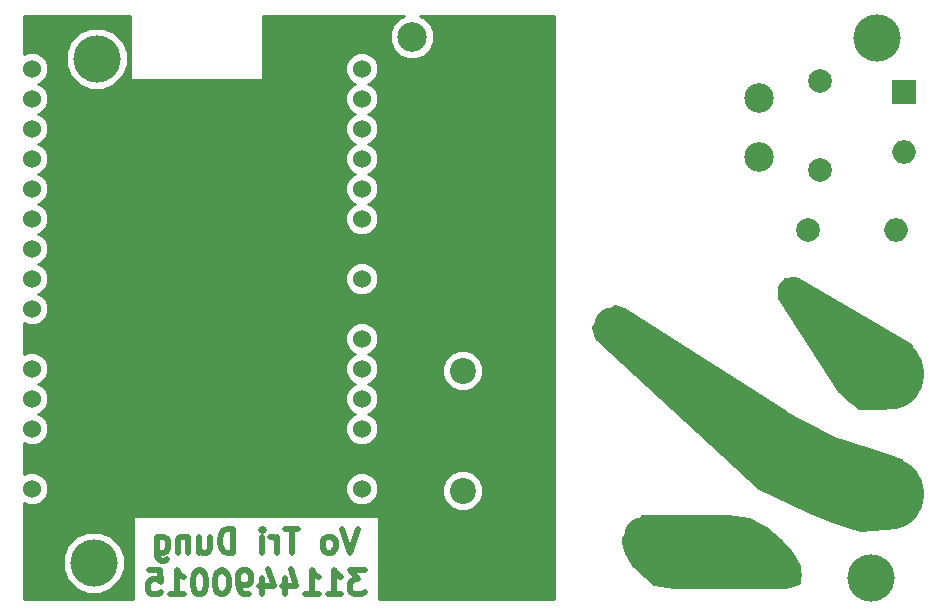
<source format=gbr>
G04 #@! TF.GenerationSoftware,KiCad,Pcbnew,5.0.0-fee4fd1~66~ubuntu16.04.1*
G04 #@! TF.CreationDate,2018-12-09T19:38:54+07:00*
G04 #@! TF.ProjectId,master_circuit,6D61737465725F636972637569742E6B,rev?*
G04 #@! TF.SameCoordinates,Original*
G04 #@! TF.FileFunction,Copper,L2,Bot,Signal*
G04 #@! TF.FilePolarity,Positive*
%FSLAX46Y46*%
G04 Gerber Fmt 4.6, Leading zero omitted, Abs format (unit mm)*
G04 Created by KiCad (PCBNEW 5.0.0-fee4fd1~66~ubuntu16.04.1) date Sun Dec  9 19:38:54 2018*
%MOMM*%
%LPD*%
G01*
G04 APERTURE LIST*
G04 #@! TA.AperFunction,NonConductor*
%ADD10C,0.500000*%
G04 #@! TD*
G04 #@! TA.AperFunction,ComponentPad*
%ADD11C,4.000000*%
G04 #@! TD*
G04 #@! TA.AperFunction,ComponentPad*
%ADD12C,2.000000*%
G04 #@! TD*
G04 #@! TA.AperFunction,ComponentPad*
%ADD13O,2.000000X2.000000*%
G04 #@! TD*
G04 #@! TA.AperFunction,ComponentPad*
%ADD14R,2.000000X2.000000*%
G04 #@! TD*
G04 #@! TA.AperFunction,ComponentPad*
%ADD15O,7.500000X6.000000*%
G04 #@! TD*
G04 #@! TA.AperFunction,ComponentPad*
%ADD16C,2.200000*%
G04 #@! TD*
G04 #@! TA.AperFunction,ComponentPad*
%ADD17C,3.200000*%
G04 #@! TD*
G04 #@! TA.AperFunction,ComponentPad*
%ADD18C,1.524000*%
G04 #@! TD*
G04 #@! TA.AperFunction,ComponentPad*
%ADD19C,2.500000*%
G04 #@! TD*
G04 #@! TA.AperFunction,Conductor*
%ADD20C,1.000000*%
G04 #@! TD*
G04 #@! TA.AperFunction,Conductor*
%ADD21C,0.254000*%
G04 #@! TD*
G04 APERTURE END LIST*
D10*
X135666666Y-138124761D02*
X135000000Y-140124761D01*
X134333333Y-138124761D01*
X133380952Y-140124761D02*
X133571428Y-140029523D01*
X133666666Y-139934285D01*
X133761904Y-139743809D01*
X133761904Y-139172380D01*
X133666666Y-138981904D01*
X133571428Y-138886666D01*
X133380952Y-138791428D01*
X133095238Y-138791428D01*
X132904761Y-138886666D01*
X132809523Y-138981904D01*
X132714285Y-139172380D01*
X132714285Y-139743809D01*
X132809523Y-139934285D01*
X132904761Y-140029523D01*
X133095238Y-140124761D01*
X133380952Y-140124761D01*
X130619047Y-138124761D02*
X129476190Y-138124761D01*
X130047619Y-140124761D02*
X130047619Y-138124761D01*
X128809523Y-140124761D02*
X128809523Y-138791428D01*
X128809523Y-139172380D02*
X128714285Y-138981904D01*
X128619047Y-138886666D01*
X128428571Y-138791428D01*
X128238095Y-138791428D01*
X127571428Y-140124761D02*
X127571428Y-138791428D01*
X127571428Y-138124761D02*
X127666666Y-138220000D01*
X127571428Y-138315238D01*
X127476190Y-138220000D01*
X127571428Y-138124761D01*
X127571428Y-138315238D01*
X125095238Y-140124761D02*
X125095238Y-138124761D01*
X124619047Y-138124761D01*
X124333333Y-138220000D01*
X124142857Y-138410476D01*
X124047619Y-138600952D01*
X123952380Y-138981904D01*
X123952380Y-139267619D01*
X124047619Y-139648571D01*
X124142857Y-139839047D01*
X124333333Y-140029523D01*
X124619047Y-140124761D01*
X125095238Y-140124761D01*
X122238095Y-138791428D02*
X122238095Y-140124761D01*
X123095238Y-138791428D02*
X123095238Y-139839047D01*
X123000000Y-140029523D01*
X122809523Y-140124761D01*
X122523809Y-140124761D01*
X122333333Y-140029523D01*
X122238095Y-139934285D01*
X121285714Y-138791428D02*
X121285714Y-140124761D01*
X121285714Y-138981904D02*
X121190476Y-138886666D01*
X121000000Y-138791428D01*
X120714285Y-138791428D01*
X120523809Y-138886666D01*
X120428571Y-139077142D01*
X120428571Y-140124761D01*
X118619047Y-138791428D02*
X118619047Y-140410476D01*
X118714285Y-140600952D01*
X118809523Y-140696190D01*
X119000000Y-140791428D01*
X119285714Y-140791428D01*
X119476190Y-140696190D01*
X118619047Y-140029523D02*
X118809523Y-140124761D01*
X119190476Y-140124761D01*
X119380952Y-140029523D01*
X119476190Y-139934285D01*
X119571428Y-139743809D01*
X119571428Y-139172380D01*
X119476190Y-138981904D01*
X119380952Y-138886666D01*
X119190476Y-138791428D01*
X118809523Y-138791428D01*
X118619047Y-138886666D01*
X136238095Y-141624761D02*
X135000000Y-141624761D01*
X135666666Y-142386666D01*
X135380952Y-142386666D01*
X135190476Y-142481904D01*
X135095238Y-142577142D01*
X135000000Y-142767619D01*
X135000000Y-143243809D01*
X135095238Y-143434285D01*
X135190476Y-143529523D01*
X135380952Y-143624761D01*
X135952380Y-143624761D01*
X136142857Y-143529523D01*
X136238095Y-143434285D01*
X133095238Y-143624761D02*
X134238095Y-143624761D01*
X133666666Y-143624761D02*
X133666666Y-141624761D01*
X133857142Y-141910476D01*
X134047619Y-142100952D01*
X134238095Y-142196190D01*
X131190476Y-143624761D02*
X132333333Y-143624761D01*
X131761904Y-143624761D02*
X131761904Y-141624761D01*
X131952380Y-141910476D01*
X132142857Y-142100952D01*
X132333333Y-142196190D01*
X129476190Y-142291428D02*
X129476190Y-143624761D01*
X129952380Y-141529523D02*
X130428571Y-142958095D01*
X129190476Y-142958095D01*
X127571428Y-142291428D02*
X127571428Y-143624761D01*
X128047619Y-141529523D02*
X128523809Y-142958095D01*
X127285714Y-142958095D01*
X126428571Y-143624761D02*
X126047619Y-143624761D01*
X125857142Y-143529523D01*
X125761904Y-143434285D01*
X125571428Y-143148571D01*
X125476190Y-142767619D01*
X125476190Y-142005714D01*
X125571428Y-141815238D01*
X125666666Y-141720000D01*
X125857142Y-141624761D01*
X126238095Y-141624761D01*
X126428571Y-141720000D01*
X126523809Y-141815238D01*
X126619047Y-142005714D01*
X126619047Y-142481904D01*
X126523809Y-142672380D01*
X126428571Y-142767619D01*
X126238095Y-142862857D01*
X125857142Y-142862857D01*
X125666666Y-142767619D01*
X125571428Y-142672380D01*
X125476190Y-142481904D01*
X124238095Y-141624761D02*
X124047619Y-141624761D01*
X123857142Y-141720000D01*
X123761904Y-141815238D01*
X123666666Y-142005714D01*
X123571428Y-142386666D01*
X123571428Y-142862857D01*
X123666666Y-143243809D01*
X123761904Y-143434285D01*
X123857142Y-143529523D01*
X124047619Y-143624761D01*
X124238095Y-143624761D01*
X124428571Y-143529523D01*
X124523809Y-143434285D01*
X124619047Y-143243809D01*
X124714285Y-142862857D01*
X124714285Y-142386666D01*
X124619047Y-142005714D01*
X124523809Y-141815238D01*
X124428571Y-141720000D01*
X124238095Y-141624761D01*
X122333333Y-141624761D02*
X122142857Y-141624761D01*
X121952380Y-141720000D01*
X121857142Y-141815238D01*
X121761904Y-142005714D01*
X121666666Y-142386666D01*
X121666666Y-142862857D01*
X121761904Y-143243809D01*
X121857142Y-143434285D01*
X121952380Y-143529523D01*
X122142857Y-143624761D01*
X122333333Y-143624761D01*
X122523809Y-143529523D01*
X122619047Y-143434285D01*
X122714285Y-143243809D01*
X122809523Y-142862857D01*
X122809523Y-142386666D01*
X122714285Y-142005714D01*
X122619047Y-141815238D01*
X122523809Y-141720000D01*
X122333333Y-141624761D01*
X119761904Y-143624761D02*
X120904761Y-143624761D01*
X120333333Y-143624761D02*
X120333333Y-141624761D01*
X120523809Y-141910476D01*
X120714285Y-142100952D01*
X120904761Y-142196190D01*
X117952380Y-141624761D02*
X118904761Y-141624761D01*
X119000000Y-142577142D01*
X118904761Y-142481904D01*
X118714285Y-142386666D01*
X118238095Y-142386666D01*
X118047619Y-142481904D01*
X117952380Y-142577142D01*
X117857142Y-142767619D01*
X117857142Y-143243809D01*
X117952380Y-143434285D01*
X118047619Y-143529523D01*
X118238095Y-143624761D01*
X118714285Y-143624761D01*
X118904761Y-143529523D01*
X119000000Y-143434285D01*
D11*
G04 #@! TO.P,REF\002A\002A,1*
G04 #@! TO.N,N/C*
X113538000Y-98298000D03*
G04 #@! TD*
G04 #@! TO.P,REF\002A\002A,1*
G04 #@! TO.N,N/C*
X113284000Y-140970000D03*
G04 #@! TD*
G04 #@! TO.P,REF\002A\002A,1*
G04 #@! TO.N,N/C*
X179070000Y-142240000D03*
G04 #@! TD*
G04 #@! TO.P,REF\002A\002A,1*
G04 #@! TO.N,N/C*
X179578000Y-96520000D03*
G04 #@! TD*
D12*
G04 #@! TO.P,F2,1*
G04 #@! TO.N,Net-(F2-Pad1)*
X173736000Y-112776000D03*
D13*
G04 #@! TO.P,F2,2*
G04 #@! TO.N,Net-(F2-Pad2)*
X181236000Y-112776000D03*
G04 #@! TD*
D14*
G04 #@! TO.P,J3,1*
G04 #@! TO.N,Net-(J3-Pad1)*
X181864000Y-101092000D03*
D13*
G04 #@! TO.P,J3,2*
G04 #@! TO.N,Net-(F2-Pad2)*
X181864000Y-106172000D03*
G04 #@! TD*
D12*
G04 #@! TO.P,F1,1*
G04 #@! TO.N,Net-(F1-Pad1)*
X172212000Y-117856000D03*
G04 #@! TO.P,F1,2*
G04 #@! TO.N,Net-(F1-Pad2)*
X172212000Y-141986000D03*
G04 #@! TD*
D15*
G04 #@! TO.P,J1,1*
G04 #@! TO.N,Net-(F1-Pad1)*
X179832000Y-124968000D03*
G04 #@! TD*
G04 #@! TO.P,J2,1*
G04 #@! TO.N,Net-(J2-Pad1)*
X179832000Y-135128000D03*
G04 #@! TD*
D16*
G04 #@! TO.P,K1,1*
G04 #@! TO.N,Vin*
X144526000Y-134874000D03*
G04 #@! TO.P,K1,5*
G04 #@! TO.N,Net-(D1-Pad1)*
X144526000Y-124714000D03*
D17*
G04 #@! TO.P,K1,2*
G04 #@! TO.N,Net-(F1-Pad2)*
X159766000Y-138684000D03*
G04 #@! TO.P,K1,3*
G04 #@! TO.N,Net-(J2-Pad1)*
X157226000Y-120904000D03*
G04 #@! TD*
D18*
G04 #@! TO.P,U1,1*
G04 #@! TO.N,N/C*
X108025001Y-99135001D03*
G04 #@! TO.P,U1,2*
X108025001Y-101675001D03*
G04 #@! TO.P,U1,3*
X108025001Y-104215001D03*
G04 #@! TO.P,U1,4*
X108025001Y-106755001D03*
G04 #@! TO.P,U1,5*
X108025001Y-109295001D03*
G04 #@! TO.P,U1,6*
X108025001Y-111835001D03*
G04 #@! TO.P,U1,7*
X108025001Y-114375001D03*
G04 #@! TO.P,U1,8*
X108025001Y-116915001D03*
G04 #@! TO.P,U1,9*
X108025001Y-119455001D03*
G04 #@! TO.P,U1,10*
G04 #@! TO.N,GND*
X108025001Y-121995001D03*
G04 #@! TO.P,U1,11*
G04 #@! TO.N,N/C*
X108025001Y-124535001D03*
G04 #@! TO.P,U1,12*
X108025001Y-127075001D03*
G04 #@! TO.P,U1,13*
X108025001Y-129615001D03*
G04 #@! TO.P,U1,14*
G04 #@! TO.N,GND*
X108025001Y-132155001D03*
G04 #@! TO.P,U1,15*
G04 #@! TO.N,Vin*
X108025001Y-134695001D03*
G04 #@! TO.P,U1,16*
G04 #@! TO.N,N/C*
X135965001Y-134695001D03*
G04 #@! TO.P,U1,17*
G04 #@! TO.N,GND*
X135965001Y-132155001D03*
G04 #@! TO.P,U1,18*
G04 #@! TO.N,N/C*
X135965001Y-129615001D03*
G04 #@! TO.P,U1,19*
X135965001Y-127075001D03*
G04 #@! TO.P,U1,20*
X135965001Y-124535001D03*
G04 #@! TO.P,U1,21*
X135965001Y-121995001D03*
G04 #@! TO.P,U1,22*
G04 #@! TO.N,GND*
X135965001Y-119455001D03*
G04 #@! TO.P,U1,23*
G04 #@! TO.N,IO14*
X135965001Y-116915001D03*
G04 #@! TO.P,U1,24*
G04 #@! TO.N,GND*
X135965001Y-114375001D03*
G04 #@! TO.P,U1,25*
G04 #@! TO.N,N/C*
X135965001Y-111835001D03*
G04 #@! TO.P,U1,26*
X135965001Y-109295001D03*
G04 #@! TO.P,U1,27*
X135965001Y-106755001D03*
G04 #@! TO.P,U1,28*
X135965001Y-104215001D03*
G04 #@! TO.P,U1,29*
X135965001Y-101675001D03*
G04 #@! TO.P,U1,30*
X135965001Y-99135001D03*
G04 #@! TD*
D19*
G04 #@! TO.P,U2,1*
G04 #@! TO.N,Net-(F2-Pad1)*
X169640000Y-106640000D03*
G04 #@! TO.P,U2,2*
G04 #@! TO.N,Net-(J3-Pad1)*
X169640000Y-101640000D03*
G04 #@! TO.P,U2,3*
G04 #@! TO.N,GND*
X140240000Y-111840000D03*
G04 #@! TO.P,U2,4*
G04 #@! TO.N,Vin*
X140240000Y-96440000D03*
G04 #@! TD*
D12*
G04 #@! TO.P,RV1,1*
G04 #@! TO.N,Net-(F2-Pad1)*
X174752000Y-107696000D03*
G04 #@! TO.P,RV1,2*
G04 #@! TO.N,Net-(J3-Pad1)*
X174752000Y-100196000D03*
G04 #@! TD*
D20*
G04 #@! TO.N,GND*
X109102631Y-132155001D02*
X135965001Y-132155001D01*
X108025001Y-132155001D02*
X109102631Y-132155001D01*
G04 #@! TD*
D21*
G04 #@! TO.N,Net-(F1-Pad1)*
G36*
X172921566Y-116956392D02*
X182514118Y-122509975D01*
X183004209Y-124715380D01*
X182515920Y-127156823D01*
X180319390Y-127889000D01*
X178100981Y-127889000D01*
X176372691Y-126407608D01*
X171323000Y-118580587D01*
X171323000Y-117640452D01*
X171778172Y-116957694D01*
X172581282Y-116842964D01*
X172921566Y-116956392D01*
X172921566Y-116956392D01*
G37*
X172921566Y-116956392D02*
X182514118Y-122509975D01*
X183004209Y-124715380D01*
X182515920Y-127156823D01*
X180319390Y-127889000D01*
X178100981Y-127889000D01*
X176372691Y-126407608D01*
X171323000Y-118580587D01*
X171323000Y-117640452D01*
X171778172Y-116957694D01*
X172581282Y-116842964D01*
X172921566Y-116956392D01*
G04 #@! TO.N,Net-(F1-Pad2)*
G36*
X168744640Y-137282810D02*
X170235180Y-138028080D01*
X171362827Y-139030433D01*
X172361626Y-140029232D01*
X172974000Y-141253980D01*
X172974000Y-142656463D01*
X171937390Y-143002000D01*
X162442029Y-143002000D01*
X160709572Y-142754506D01*
X159852354Y-142019748D01*
X158977029Y-141144423D01*
X158359192Y-140155884D01*
X158115000Y-139301211D01*
X158115000Y-138858376D01*
X159696992Y-137033000D01*
X166995971Y-137033000D01*
X168744640Y-137282810D01*
X168744640Y-137282810D01*
G37*
X168744640Y-137282810D02*
X170235180Y-138028080D01*
X171362827Y-139030433D01*
X172361626Y-140029232D01*
X172974000Y-141253980D01*
X172974000Y-142656463D01*
X171937390Y-143002000D01*
X162442029Y-143002000D01*
X160709572Y-142754506D01*
X159852354Y-142019748D01*
X158977029Y-141144423D01*
X158359192Y-140155884D01*
X158115000Y-139301211D01*
X158115000Y-138858376D01*
X159696992Y-137033000D01*
X166995971Y-137033000D01*
X168744640Y-137282810D01*
G04 #@! TO.N,Net-(J2-Pad1)*
G36*
X158189268Y-119497016D02*
X171889625Y-128250022D01*
X171898417Y-128255156D01*
X175962417Y-130414156D01*
X175984357Y-130423293D01*
X179663842Y-131565202D01*
X181656499Y-132312448D01*
X183255025Y-134525793D01*
X183014609Y-136208711D01*
X181174552Y-137926097D01*
X178195387Y-138174361D01*
X175810771Y-137421325D01*
X173913656Y-136662479D01*
X169616592Y-134640331D01*
X155815958Y-121979199D01*
X155583967Y-121051233D01*
X155926833Y-120479789D01*
X157382698Y-119266568D01*
X158189268Y-119497016D01*
X158189268Y-119497016D01*
G37*
X158189268Y-119497016D02*
X171889625Y-128250022D01*
X171898417Y-128255156D01*
X175962417Y-130414156D01*
X175984357Y-130423293D01*
X179663842Y-131565202D01*
X181656499Y-132312448D01*
X183255025Y-134525793D01*
X183014609Y-136208711D01*
X181174552Y-137926097D01*
X178195387Y-138174361D01*
X175810771Y-137421325D01*
X173913656Y-136662479D01*
X169616592Y-134640331D01*
X155815958Y-121979199D01*
X155583967Y-121051233D01*
X155926833Y-120479789D01*
X157382698Y-119266568D01*
X158189268Y-119497016D01*
G04 #@! TO.N,GND*
G36*
X116332000Y-99949000D02*
X116341667Y-99997601D01*
X116369197Y-100038803D01*
X116410399Y-100066333D01*
X116459000Y-100076000D01*
X127508000Y-100076000D01*
X127556601Y-100066333D01*
X127597803Y-100038803D01*
X127625333Y-99997601D01*
X127635000Y-99949000D01*
X127635000Y-98857120D01*
X134568001Y-98857120D01*
X134568001Y-99412882D01*
X134780681Y-99926338D01*
X135173664Y-100319321D01*
X135380514Y-100405001D01*
X135173664Y-100490681D01*
X134780681Y-100883664D01*
X134568001Y-101397120D01*
X134568001Y-101952882D01*
X134780681Y-102466338D01*
X135173664Y-102859321D01*
X135380514Y-102945001D01*
X135173664Y-103030681D01*
X134780681Y-103423664D01*
X134568001Y-103937120D01*
X134568001Y-104492882D01*
X134780681Y-105006338D01*
X135173664Y-105399321D01*
X135380514Y-105485001D01*
X135173664Y-105570681D01*
X134780681Y-105963664D01*
X134568001Y-106477120D01*
X134568001Y-107032882D01*
X134780681Y-107546338D01*
X135173664Y-107939321D01*
X135380514Y-108025001D01*
X135173664Y-108110681D01*
X134780681Y-108503664D01*
X134568001Y-109017120D01*
X134568001Y-109572882D01*
X134780681Y-110086338D01*
X135173664Y-110479321D01*
X135380514Y-110565001D01*
X135173664Y-110650681D01*
X134780681Y-111043664D01*
X134568001Y-111557120D01*
X134568001Y-112112882D01*
X134780681Y-112626338D01*
X135173664Y-113019321D01*
X135687120Y-113232001D01*
X136242882Y-113232001D01*
X136756338Y-113019321D01*
X137149321Y-112626338D01*
X137362001Y-112112882D01*
X137362001Y-111557120D01*
X137149321Y-111043664D01*
X136756338Y-110650681D01*
X136549488Y-110565001D01*
X136756338Y-110479321D01*
X137149321Y-110086338D01*
X137362001Y-109572882D01*
X137362001Y-109017120D01*
X137149321Y-108503664D01*
X136756338Y-108110681D01*
X136549488Y-108025001D01*
X136756338Y-107939321D01*
X137149321Y-107546338D01*
X137362001Y-107032882D01*
X137362001Y-106477120D01*
X137149321Y-105963664D01*
X136756338Y-105570681D01*
X136549488Y-105485001D01*
X136756338Y-105399321D01*
X137149321Y-105006338D01*
X137362001Y-104492882D01*
X137362001Y-103937120D01*
X137149321Y-103423664D01*
X136756338Y-103030681D01*
X136549488Y-102945001D01*
X136756338Y-102859321D01*
X137149321Y-102466338D01*
X137362001Y-101952882D01*
X137362001Y-101397120D01*
X137149321Y-100883664D01*
X136756338Y-100490681D01*
X136549488Y-100405001D01*
X136756338Y-100319321D01*
X137149321Y-99926338D01*
X137362001Y-99412882D01*
X137362001Y-98857120D01*
X137149321Y-98343664D01*
X136756338Y-97950681D01*
X136242882Y-97738001D01*
X135687120Y-97738001D01*
X135173664Y-97950681D01*
X134780681Y-98343664D01*
X134568001Y-98857120D01*
X127635000Y-98857120D01*
X127635000Y-94690000D01*
X139539131Y-94690000D01*
X139172233Y-94841974D01*
X138641974Y-95372233D01*
X138355000Y-96065050D01*
X138355000Y-96814950D01*
X138641974Y-97507767D01*
X139172233Y-98038026D01*
X139865050Y-98325000D01*
X140614950Y-98325000D01*
X141307767Y-98038026D01*
X141838026Y-97507767D01*
X142125000Y-96814950D01*
X142125000Y-96065050D01*
X141838026Y-95372233D01*
X141307767Y-94841974D01*
X140940869Y-94690000D01*
X152273000Y-94690000D01*
X152273000Y-144070000D01*
X137408810Y-144070000D01*
X137408810Y-137020000D01*
X116591191Y-137020000D01*
X116591191Y-144070000D01*
X107390000Y-144070000D01*
X107390000Y-140445866D01*
X110649000Y-140445866D01*
X110649000Y-141494134D01*
X111050155Y-142462608D01*
X111791392Y-143203845D01*
X112759866Y-143605000D01*
X113808134Y-143605000D01*
X114776608Y-143203845D01*
X115517845Y-142462608D01*
X115919000Y-141494134D01*
X115919000Y-140445866D01*
X115517845Y-139477392D01*
X114776608Y-138736155D01*
X113808134Y-138335000D01*
X112759866Y-138335000D01*
X111791392Y-138736155D01*
X111050155Y-139477392D01*
X110649000Y-140445866D01*
X107390000Y-140445866D01*
X107390000Y-135944077D01*
X107747120Y-136092001D01*
X108302882Y-136092001D01*
X108816338Y-135879321D01*
X109209321Y-135486338D01*
X109422001Y-134972882D01*
X109422001Y-134417120D01*
X134568001Y-134417120D01*
X134568001Y-134972882D01*
X134780681Y-135486338D01*
X135173664Y-135879321D01*
X135687120Y-136092001D01*
X136242882Y-136092001D01*
X136756338Y-135879321D01*
X137149321Y-135486338D01*
X137362001Y-134972882D01*
X137362001Y-134528887D01*
X142791000Y-134528887D01*
X142791000Y-135219113D01*
X143055138Y-135856799D01*
X143543201Y-136344862D01*
X144180887Y-136609000D01*
X144871113Y-136609000D01*
X145508799Y-136344862D01*
X145996862Y-135856799D01*
X146261000Y-135219113D01*
X146261000Y-134528887D01*
X145996862Y-133891201D01*
X145508799Y-133403138D01*
X144871113Y-133139000D01*
X144180887Y-133139000D01*
X143543201Y-133403138D01*
X143055138Y-133891201D01*
X142791000Y-134528887D01*
X137362001Y-134528887D01*
X137362001Y-134417120D01*
X137149321Y-133903664D01*
X136756338Y-133510681D01*
X136242882Y-133298001D01*
X135687120Y-133298001D01*
X135173664Y-133510681D01*
X134780681Y-133903664D01*
X134568001Y-134417120D01*
X109422001Y-134417120D01*
X109209321Y-133903664D01*
X108816338Y-133510681D01*
X108302882Y-133298001D01*
X107747120Y-133298001D01*
X107390000Y-133445925D01*
X107390000Y-130864077D01*
X107747120Y-131012001D01*
X108302882Y-131012001D01*
X108816338Y-130799321D01*
X109209321Y-130406338D01*
X109422001Y-129892882D01*
X109422001Y-129337120D01*
X109209321Y-128823664D01*
X108816338Y-128430681D01*
X108609488Y-128345001D01*
X108816338Y-128259321D01*
X109209321Y-127866338D01*
X109422001Y-127352882D01*
X109422001Y-126797120D01*
X109209321Y-126283664D01*
X108816338Y-125890681D01*
X108609488Y-125805001D01*
X108816338Y-125719321D01*
X109209321Y-125326338D01*
X109422001Y-124812882D01*
X109422001Y-124257120D01*
X109209321Y-123743664D01*
X108816338Y-123350681D01*
X108302882Y-123138001D01*
X107747120Y-123138001D01*
X107390000Y-123285925D01*
X107390000Y-121717120D01*
X134568001Y-121717120D01*
X134568001Y-122272882D01*
X134780681Y-122786338D01*
X135173664Y-123179321D01*
X135380514Y-123265001D01*
X135173664Y-123350681D01*
X134780681Y-123743664D01*
X134568001Y-124257120D01*
X134568001Y-124812882D01*
X134780681Y-125326338D01*
X135173664Y-125719321D01*
X135380514Y-125805001D01*
X135173664Y-125890681D01*
X134780681Y-126283664D01*
X134568001Y-126797120D01*
X134568001Y-127352882D01*
X134780681Y-127866338D01*
X135173664Y-128259321D01*
X135380514Y-128345001D01*
X135173664Y-128430681D01*
X134780681Y-128823664D01*
X134568001Y-129337120D01*
X134568001Y-129892882D01*
X134780681Y-130406338D01*
X135173664Y-130799321D01*
X135687120Y-131012001D01*
X136242882Y-131012001D01*
X136756338Y-130799321D01*
X137149321Y-130406338D01*
X137362001Y-129892882D01*
X137362001Y-129337120D01*
X137149321Y-128823664D01*
X136756338Y-128430681D01*
X136549488Y-128345001D01*
X136756338Y-128259321D01*
X137149321Y-127866338D01*
X137362001Y-127352882D01*
X137362001Y-126797120D01*
X137149321Y-126283664D01*
X136756338Y-125890681D01*
X136549488Y-125805001D01*
X136756338Y-125719321D01*
X137149321Y-125326338D01*
X137362001Y-124812882D01*
X137362001Y-124368887D01*
X142791000Y-124368887D01*
X142791000Y-125059113D01*
X143055138Y-125696799D01*
X143543201Y-126184862D01*
X144180887Y-126449000D01*
X144871113Y-126449000D01*
X145508799Y-126184862D01*
X145996862Y-125696799D01*
X146261000Y-125059113D01*
X146261000Y-124368887D01*
X145996862Y-123731201D01*
X145508799Y-123243138D01*
X144871113Y-122979000D01*
X144180887Y-122979000D01*
X143543201Y-123243138D01*
X143055138Y-123731201D01*
X142791000Y-124368887D01*
X137362001Y-124368887D01*
X137362001Y-124257120D01*
X137149321Y-123743664D01*
X136756338Y-123350681D01*
X136549488Y-123265001D01*
X136756338Y-123179321D01*
X137149321Y-122786338D01*
X137362001Y-122272882D01*
X137362001Y-121717120D01*
X137149321Y-121203664D01*
X136756338Y-120810681D01*
X136242882Y-120598001D01*
X135687120Y-120598001D01*
X135173664Y-120810681D01*
X134780681Y-121203664D01*
X134568001Y-121717120D01*
X107390000Y-121717120D01*
X107390000Y-120704077D01*
X107747120Y-120852001D01*
X108302882Y-120852001D01*
X108816338Y-120639321D01*
X109209321Y-120246338D01*
X109422001Y-119732882D01*
X109422001Y-119177120D01*
X109209321Y-118663664D01*
X108816338Y-118270681D01*
X108609488Y-118185001D01*
X108816338Y-118099321D01*
X109209321Y-117706338D01*
X109422001Y-117192882D01*
X109422001Y-116637120D01*
X134568001Y-116637120D01*
X134568001Y-117192882D01*
X134780681Y-117706338D01*
X135173664Y-118099321D01*
X135687120Y-118312001D01*
X136242882Y-118312001D01*
X136756338Y-118099321D01*
X137149321Y-117706338D01*
X137362001Y-117192882D01*
X137362001Y-116637120D01*
X137149321Y-116123664D01*
X136756338Y-115730681D01*
X136242882Y-115518001D01*
X135687120Y-115518001D01*
X135173664Y-115730681D01*
X134780681Y-116123664D01*
X134568001Y-116637120D01*
X109422001Y-116637120D01*
X109209321Y-116123664D01*
X108816338Y-115730681D01*
X108609488Y-115645001D01*
X108816338Y-115559321D01*
X109209321Y-115166338D01*
X109422001Y-114652882D01*
X109422001Y-114097120D01*
X109209321Y-113583664D01*
X108816338Y-113190681D01*
X108609488Y-113105001D01*
X108816338Y-113019321D01*
X109209321Y-112626338D01*
X109422001Y-112112882D01*
X109422001Y-111557120D01*
X109209321Y-111043664D01*
X108816338Y-110650681D01*
X108609488Y-110565001D01*
X108816338Y-110479321D01*
X109209321Y-110086338D01*
X109422001Y-109572882D01*
X109422001Y-109017120D01*
X109209321Y-108503664D01*
X108816338Y-108110681D01*
X108609488Y-108025001D01*
X108816338Y-107939321D01*
X109209321Y-107546338D01*
X109422001Y-107032882D01*
X109422001Y-106477120D01*
X109209321Y-105963664D01*
X108816338Y-105570681D01*
X108609488Y-105485001D01*
X108816338Y-105399321D01*
X109209321Y-105006338D01*
X109422001Y-104492882D01*
X109422001Y-103937120D01*
X109209321Y-103423664D01*
X108816338Y-103030681D01*
X108609488Y-102945001D01*
X108816338Y-102859321D01*
X109209321Y-102466338D01*
X109422001Y-101952882D01*
X109422001Y-101397120D01*
X109209321Y-100883664D01*
X108816338Y-100490681D01*
X108609488Y-100405001D01*
X108816338Y-100319321D01*
X109209321Y-99926338D01*
X109422001Y-99412882D01*
X109422001Y-98857120D01*
X109209321Y-98343664D01*
X108816338Y-97950681D01*
X108389468Y-97773866D01*
X110903000Y-97773866D01*
X110903000Y-98822134D01*
X111304155Y-99790608D01*
X112045392Y-100531845D01*
X113013866Y-100933000D01*
X114062134Y-100933000D01*
X115030608Y-100531845D01*
X115771845Y-99790608D01*
X116173000Y-98822134D01*
X116173000Y-97773866D01*
X115771845Y-96805392D01*
X115030608Y-96064155D01*
X114062134Y-95663000D01*
X113013866Y-95663000D01*
X112045392Y-96064155D01*
X111304155Y-96805392D01*
X110903000Y-97773866D01*
X108389468Y-97773866D01*
X108302882Y-97738001D01*
X107747120Y-97738001D01*
X107390000Y-97885925D01*
X107390000Y-94690000D01*
X116332000Y-94690000D01*
X116332000Y-99949000D01*
X116332000Y-99949000D01*
G37*
X116332000Y-99949000D02*
X116341667Y-99997601D01*
X116369197Y-100038803D01*
X116410399Y-100066333D01*
X116459000Y-100076000D01*
X127508000Y-100076000D01*
X127556601Y-100066333D01*
X127597803Y-100038803D01*
X127625333Y-99997601D01*
X127635000Y-99949000D01*
X127635000Y-98857120D01*
X134568001Y-98857120D01*
X134568001Y-99412882D01*
X134780681Y-99926338D01*
X135173664Y-100319321D01*
X135380514Y-100405001D01*
X135173664Y-100490681D01*
X134780681Y-100883664D01*
X134568001Y-101397120D01*
X134568001Y-101952882D01*
X134780681Y-102466338D01*
X135173664Y-102859321D01*
X135380514Y-102945001D01*
X135173664Y-103030681D01*
X134780681Y-103423664D01*
X134568001Y-103937120D01*
X134568001Y-104492882D01*
X134780681Y-105006338D01*
X135173664Y-105399321D01*
X135380514Y-105485001D01*
X135173664Y-105570681D01*
X134780681Y-105963664D01*
X134568001Y-106477120D01*
X134568001Y-107032882D01*
X134780681Y-107546338D01*
X135173664Y-107939321D01*
X135380514Y-108025001D01*
X135173664Y-108110681D01*
X134780681Y-108503664D01*
X134568001Y-109017120D01*
X134568001Y-109572882D01*
X134780681Y-110086338D01*
X135173664Y-110479321D01*
X135380514Y-110565001D01*
X135173664Y-110650681D01*
X134780681Y-111043664D01*
X134568001Y-111557120D01*
X134568001Y-112112882D01*
X134780681Y-112626338D01*
X135173664Y-113019321D01*
X135687120Y-113232001D01*
X136242882Y-113232001D01*
X136756338Y-113019321D01*
X137149321Y-112626338D01*
X137362001Y-112112882D01*
X137362001Y-111557120D01*
X137149321Y-111043664D01*
X136756338Y-110650681D01*
X136549488Y-110565001D01*
X136756338Y-110479321D01*
X137149321Y-110086338D01*
X137362001Y-109572882D01*
X137362001Y-109017120D01*
X137149321Y-108503664D01*
X136756338Y-108110681D01*
X136549488Y-108025001D01*
X136756338Y-107939321D01*
X137149321Y-107546338D01*
X137362001Y-107032882D01*
X137362001Y-106477120D01*
X137149321Y-105963664D01*
X136756338Y-105570681D01*
X136549488Y-105485001D01*
X136756338Y-105399321D01*
X137149321Y-105006338D01*
X137362001Y-104492882D01*
X137362001Y-103937120D01*
X137149321Y-103423664D01*
X136756338Y-103030681D01*
X136549488Y-102945001D01*
X136756338Y-102859321D01*
X137149321Y-102466338D01*
X137362001Y-101952882D01*
X137362001Y-101397120D01*
X137149321Y-100883664D01*
X136756338Y-100490681D01*
X136549488Y-100405001D01*
X136756338Y-100319321D01*
X137149321Y-99926338D01*
X137362001Y-99412882D01*
X137362001Y-98857120D01*
X137149321Y-98343664D01*
X136756338Y-97950681D01*
X136242882Y-97738001D01*
X135687120Y-97738001D01*
X135173664Y-97950681D01*
X134780681Y-98343664D01*
X134568001Y-98857120D01*
X127635000Y-98857120D01*
X127635000Y-94690000D01*
X139539131Y-94690000D01*
X139172233Y-94841974D01*
X138641974Y-95372233D01*
X138355000Y-96065050D01*
X138355000Y-96814950D01*
X138641974Y-97507767D01*
X139172233Y-98038026D01*
X139865050Y-98325000D01*
X140614950Y-98325000D01*
X141307767Y-98038026D01*
X141838026Y-97507767D01*
X142125000Y-96814950D01*
X142125000Y-96065050D01*
X141838026Y-95372233D01*
X141307767Y-94841974D01*
X140940869Y-94690000D01*
X152273000Y-94690000D01*
X152273000Y-144070000D01*
X137408810Y-144070000D01*
X137408810Y-137020000D01*
X116591191Y-137020000D01*
X116591191Y-144070000D01*
X107390000Y-144070000D01*
X107390000Y-140445866D01*
X110649000Y-140445866D01*
X110649000Y-141494134D01*
X111050155Y-142462608D01*
X111791392Y-143203845D01*
X112759866Y-143605000D01*
X113808134Y-143605000D01*
X114776608Y-143203845D01*
X115517845Y-142462608D01*
X115919000Y-141494134D01*
X115919000Y-140445866D01*
X115517845Y-139477392D01*
X114776608Y-138736155D01*
X113808134Y-138335000D01*
X112759866Y-138335000D01*
X111791392Y-138736155D01*
X111050155Y-139477392D01*
X110649000Y-140445866D01*
X107390000Y-140445866D01*
X107390000Y-135944077D01*
X107747120Y-136092001D01*
X108302882Y-136092001D01*
X108816338Y-135879321D01*
X109209321Y-135486338D01*
X109422001Y-134972882D01*
X109422001Y-134417120D01*
X134568001Y-134417120D01*
X134568001Y-134972882D01*
X134780681Y-135486338D01*
X135173664Y-135879321D01*
X135687120Y-136092001D01*
X136242882Y-136092001D01*
X136756338Y-135879321D01*
X137149321Y-135486338D01*
X137362001Y-134972882D01*
X137362001Y-134528887D01*
X142791000Y-134528887D01*
X142791000Y-135219113D01*
X143055138Y-135856799D01*
X143543201Y-136344862D01*
X144180887Y-136609000D01*
X144871113Y-136609000D01*
X145508799Y-136344862D01*
X145996862Y-135856799D01*
X146261000Y-135219113D01*
X146261000Y-134528887D01*
X145996862Y-133891201D01*
X145508799Y-133403138D01*
X144871113Y-133139000D01*
X144180887Y-133139000D01*
X143543201Y-133403138D01*
X143055138Y-133891201D01*
X142791000Y-134528887D01*
X137362001Y-134528887D01*
X137362001Y-134417120D01*
X137149321Y-133903664D01*
X136756338Y-133510681D01*
X136242882Y-133298001D01*
X135687120Y-133298001D01*
X135173664Y-133510681D01*
X134780681Y-133903664D01*
X134568001Y-134417120D01*
X109422001Y-134417120D01*
X109209321Y-133903664D01*
X108816338Y-133510681D01*
X108302882Y-133298001D01*
X107747120Y-133298001D01*
X107390000Y-133445925D01*
X107390000Y-130864077D01*
X107747120Y-131012001D01*
X108302882Y-131012001D01*
X108816338Y-130799321D01*
X109209321Y-130406338D01*
X109422001Y-129892882D01*
X109422001Y-129337120D01*
X109209321Y-128823664D01*
X108816338Y-128430681D01*
X108609488Y-128345001D01*
X108816338Y-128259321D01*
X109209321Y-127866338D01*
X109422001Y-127352882D01*
X109422001Y-126797120D01*
X109209321Y-126283664D01*
X108816338Y-125890681D01*
X108609488Y-125805001D01*
X108816338Y-125719321D01*
X109209321Y-125326338D01*
X109422001Y-124812882D01*
X109422001Y-124257120D01*
X109209321Y-123743664D01*
X108816338Y-123350681D01*
X108302882Y-123138001D01*
X107747120Y-123138001D01*
X107390000Y-123285925D01*
X107390000Y-121717120D01*
X134568001Y-121717120D01*
X134568001Y-122272882D01*
X134780681Y-122786338D01*
X135173664Y-123179321D01*
X135380514Y-123265001D01*
X135173664Y-123350681D01*
X134780681Y-123743664D01*
X134568001Y-124257120D01*
X134568001Y-124812882D01*
X134780681Y-125326338D01*
X135173664Y-125719321D01*
X135380514Y-125805001D01*
X135173664Y-125890681D01*
X134780681Y-126283664D01*
X134568001Y-126797120D01*
X134568001Y-127352882D01*
X134780681Y-127866338D01*
X135173664Y-128259321D01*
X135380514Y-128345001D01*
X135173664Y-128430681D01*
X134780681Y-128823664D01*
X134568001Y-129337120D01*
X134568001Y-129892882D01*
X134780681Y-130406338D01*
X135173664Y-130799321D01*
X135687120Y-131012001D01*
X136242882Y-131012001D01*
X136756338Y-130799321D01*
X137149321Y-130406338D01*
X137362001Y-129892882D01*
X137362001Y-129337120D01*
X137149321Y-128823664D01*
X136756338Y-128430681D01*
X136549488Y-128345001D01*
X136756338Y-128259321D01*
X137149321Y-127866338D01*
X137362001Y-127352882D01*
X137362001Y-126797120D01*
X137149321Y-126283664D01*
X136756338Y-125890681D01*
X136549488Y-125805001D01*
X136756338Y-125719321D01*
X137149321Y-125326338D01*
X137362001Y-124812882D01*
X137362001Y-124368887D01*
X142791000Y-124368887D01*
X142791000Y-125059113D01*
X143055138Y-125696799D01*
X143543201Y-126184862D01*
X144180887Y-126449000D01*
X144871113Y-126449000D01*
X145508799Y-126184862D01*
X145996862Y-125696799D01*
X146261000Y-125059113D01*
X146261000Y-124368887D01*
X145996862Y-123731201D01*
X145508799Y-123243138D01*
X144871113Y-122979000D01*
X144180887Y-122979000D01*
X143543201Y-123243138D01*
X143055138Y-123731201D01*
X142791000Y-124368887D01*
X137362001Y-124368887D01*
X137362001Y-124257120D01*
X137149321Y-123743664D01*
X136756338Y-123350681D01*
X136549488Y-123265001D01*
X136756338Y-123179321D01*
X137149321Y-122786338D01*
X137362001Y-122272882D01*
X137362001Y-121717120D01*
X137149321Y-121203664D01*
X136756338Y-120810681D01*
X136242882Y-120598001D01*
X135687120Y-120598001D01*
X135173664Y-120810681D01*
X134780681Y-121203664D01*
X134568001Y-121717120D01*
X107390000Y-121717120D01*
X107390000Y-120704077D01*
X107747120Y-120852001D01*
X108302882Y-120852001D01*
X108816338Y-120639321D01*
X109209321Y-120246338D01*
X109422001Y-119732882D01*
X109422001Y-119177120D01*
X109209321Y-118663664D01*
X108816338Y-118270681D01*
X108609488Y-118185001D01*
X108816338Y-118099321D01*
X109209321Y-117706338D01*
X109422001Y-117192882D01*
X109422001Y-116637120D01*
X134568001Y-116637120D01*
X134568001Y-117192882D01*
X134780681Y-117706338D01*
X135173664Y-118099321D01*
X135687120Y-118312001D01*
X136242882Y-118312001D01*
X136756338Y-118099321D01*
X137149321Y-117706338D01*
X137362001Y-117192882D01*
X137362001Y-116637120D01*
X137149321Y-116123664D01*
X136756338Y-115730681D01*
X136242882Y-115518001D01*
X135687120Y-115518001D01*
X135173664Y-115730681D01*
X134780681Y-116123664D01*
X134568001Y-116637120D01*
X109422001Y-116637120D01*
X109209321Y-116123664D01*
X108816338Y-115730681D01*
X108609488Y-115645001D01*
X108816338Y-115559321D01*
X109209321Y-115166338D01*
X109422001Y-114652882D01*
X109422001Y-114097120D01*
X109209321Y-113583664D01*
X108816338Y-113190681D01*
X108609488Y-113105001D01*
X108816338Y-113019321D01*
X109209321Y-112626338D01*
X109422001Y-112112882D01*
X109422001Y-111557120D01*
X109209321Y-111043664D01*
X108816338Y-110650681D01*
X108609488Y-110565001D01*
X108816338Y-110479321D01*
X109209321Y-110086338D01*
X109422001Y-109572882D01*
X109422001Y-109017120D01*
X109209321Y-108503664D01*
X108816338Y-108110681D01*
X108609488Y-108025001D01*
X108816338Y-107939321D01*
X109209321Y-107546338D01*
X109422001Y-107032882D01*
X109422001Y-106477120D01*
X109209321Y-105963664D01*
X108816338Y-105570681D01*
X108609488Y-105485001D01*
X108816338Y-105399321D01*
X109209321Y-105006338D01*
X109422001Y-104492882D01*
X109422001Y-103937120D01*
X109209321Y-103423664D01*
X108816338Y-103030681D01*
X108609488Y-102945001D01*
X108816338Y-102859321D01*
X109209321Y-102466338D01*
X109422001Y-101952882D01*
X109422001Y-101397120D01*
X109209321Y-100883664D01*
X108816338Y-100490681D01*
X108609488Y-100405001D01*
X108816338Y-100319321D01*
X109209321Y-99926338D01*
X109422001Y-99412882D01*
X109422001Y-98857120D01*
X109209321Y-98343664D01*
X108816338Y-97950681D01*
X108389468Y-97773866D01*
X110903000Y-97773866D01*
X110903000Y-98822134D01*
X111304155Y-99790608D01*
X112045392Y-100531845D01*
X113013866Y-100933000D01*
X114062134Y-100933000D01*
X115030608Y-100531845D01*
X115771845Y-99790608D01*
X116173000Y-98822134D01*
X116173000Y-97773866D01*
X115771845Y-96805392D01*
X115030608Y-96064155D01*
X114062134Y-95663000D01*
X113013866Y-95663000D01*
X112045392Y-96064155D01*
X111304155Y-96805392D01*
X110903000Y-97773866D01*
X108389468Y-97773866D01*
X108302882Y-97738001D01*
X107747120Y-97738001D01*
X107390000Y-97885925D01*
X107390000Y-94690000D01*
X116332000Y-94690000D01*
X116332000Y-99949000D01*
G04 #@! TD*
M02*

</source>
